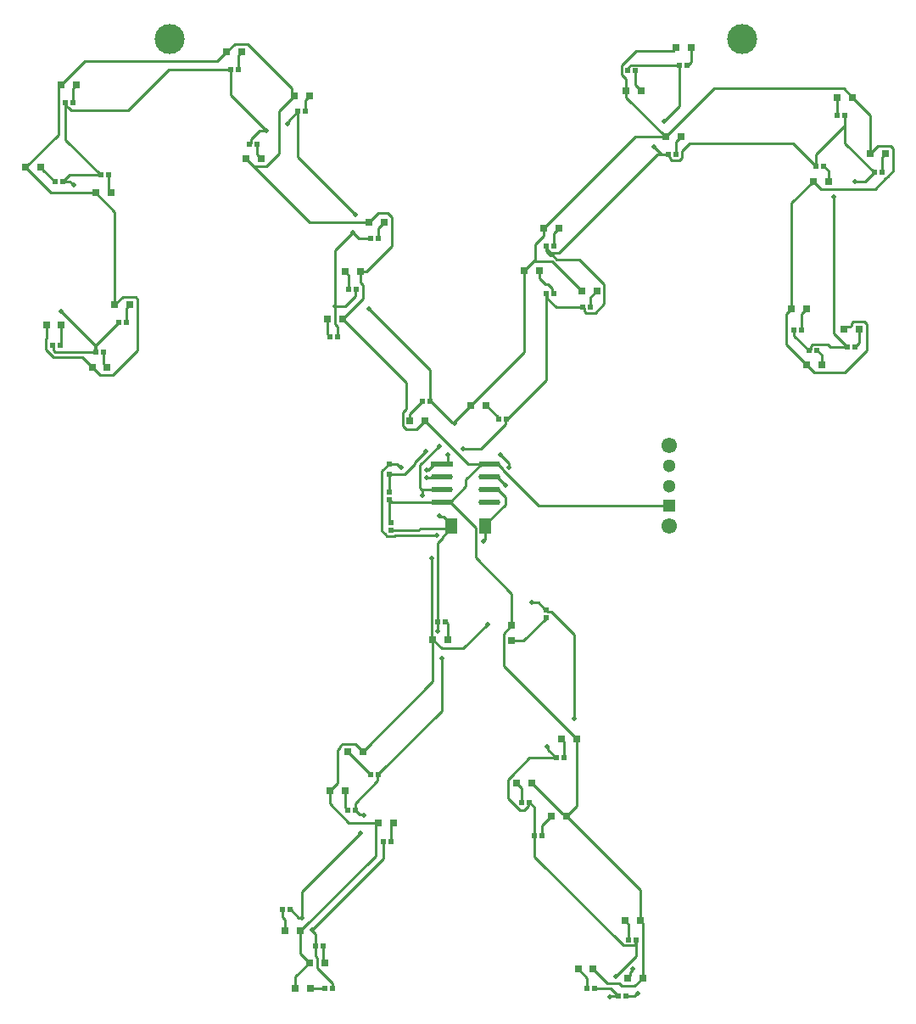
<source format=gtl>
G04*
G04 #@! TF.GenerationSoftware,Altium Limited,Altium Designer,22.8.2 (66)*
G04*
G04 Layer_Physical_Order=1*
G04 Layer_Color=255*
%FSLAX25Y25*%
%MOIN*%
G70*
G04*
G04 #@! TF.SameCoordinates,5BBA7AF8-D70B-405A-A25D-C681712A1337*
G04*
G04*
G04 #@! TF.FilePolarity,Positive*
G04*
G01*
G75*
%ADD12C,0.01000*%
G04:AMPARAMS|DCode=13|XSize=85.4mil|YSize=22.92mil|CornerRadius=11.46mil|HoleSize=0mil|Usage=FLASHONLY|Rotation=0.000|XOffset=0mil|YOffset=0mil|HoleType=Round|Shape=RoundedRectangle|*
%AMROUNDEDRECTD13*
21,1,0.08540,0.00000,0,0,0.0*
21,1,0.06248,0.02292,0,0,0.0*
1,1,0.02292,0.03124,0.00000*
1,1,0.02292,-0.03124,0.00000*
1,1,0.02292,-0.03124,0.00000*
1,1,0.02292,0.03124,0.00000*
%
%ADD13ROUNDEDRECTD13*%
%ADD14R,0.08540X0.02292*%
%ADD15R,0.02029X0.01860*%
%ADD16R,0.02362X0.01968*%
%ADD17R,0.01860X0.02029*%
%ADD18R,0.03150X0.03150*%
%ADD19R,0.03150X0.03150*%
%ADD20R,0.04921X0.06299*%
%ADD24C,0.06102*%
%ADD25C,0.05118*%
%ADD26R,0.05118X0.05118*%
%ADD28C,0.11811*%
%ADD29C,0.01968*%
D12*
X138059Y108000D02*
X142953D01*
X145953Y105000D01*
X136007Y92507D02*
Y105507D01*
X137172Y106672D02*
Y107113D01*
X136007Y105507D02*
X137172Y106672D01*
Y107113D02*
X138059Y108000D01*
X135000Y272965D02*
X135981Y271984D01*
Y268000D02*
Y271984D01*
X135000Y272965D02*
Y280000D01*
X220485Y285430D02*
Y287015D01*
X217803Y288697D02*
X218803D01*
X220485Y287015D01*
X215406Y291094D02*
X217803Y288697D01*
X222000Y279500D02*
X232604D01*
X218534Y282966D02*
X222000Y279500D01*
X218534Y282966D02*
Y284570D01*
X233034Y277856D02*
X233619Y277270D01*
X233034Y277856D02*
Y279070D01*
X233619Y277270D02*
X237270D01*
X240768Y280768D02*
Y283874D01*
X237270Y277270D02*
X240768Y280768D01*
Y283874D02*
X240780Y283887D01*
X222183Y298362D02*
X231138D01*
X240780Y283887D02*
Y288720D01*
X231138Y298362D02*
X240780Y288720D01*
X220619Y299926D02*
X222183Y298362D01*
X219574Y299926D02*
X220619D01*
X213000Y297500D02*
X220500D01*
X209500Y294000D02*
X213000Y297500D01*
X213787Y298287D01*
X220500Y297500D02*
X232000Y286000D01*
X218010Y301490D02*
X219574Y299926D01*
X223078Y301000D02*
X261578Y339500D01*
X218524Y302183D02*
Y303070D01*
Y302183D02*
X219707Y301000D01*
X223078D01*
X217000Y307500D02*
Y310500D01*
X213787Y298287D02*
Y304287D01*
X217000Y307500D01*
X267438Y337270D02*
X270543D01*
X271500Y338227D01*
X266676Y338032D02*
Y338484D01*
X266524Y338636D02*
Y339070D01*
X266676Y338032D02*
X267438Y337270D01*
X266524Y338636D02*
X266676Y338484D01*
X274500Y344000D02*
X315010D01*
X271500Y338227D02*
Y341000D01*
X274500Y344000D01*
X254783Y374500D02*
X270500D01*
X250534Y373817D02*
X251447Y374730D01*
X250534Y372930D02*
Y373817D01*
X247705Y371031D02*
Y374705D01*
X249547Y364500D02*
Y369189D01*
X254553Y374730D02*
X254783Y374500D01*
X251447Y374730D02*
X254553D01*
X247705Y374705D02*
X253425Y380425D01*
X247705Y371031D02*
X249547Y369189D01*
X265047Y346500D02*
X284047Y365500D01*
X334953D02*
X338453Y362000D01*
X284047Y365500D02*
X334953D01*
X345500Y340000D02*
X348500Y343000D01*
X353394D02*
X354500Y341894D01*
X348500Y343000D02*
X353394D01*
X352314Y331049D02*
X354500Y333235D01*
Y341894D01*
X326047Y326000D02*
X347265D01*
X351535Y330270D02*
X351553D01*
X323047Y329000D02*
X326047Y326000D01*
X347265D02*
X351535Y330270D01*
X351553D02*
X352314Y331031D01*
Y331049D01*
X335500Y254000D02*
X344000Y262500D01*
X320547Y257000D02*
X323547Y254000D01*
X335500D01*
X343066Y273875D02*
X344000Y272941D01*
Y262500D02*
Y272941D01*
X338840Y273875D02*
X343066D01*
X337492Y271826D02*
X338078Y272412D01*
X335873Y271826D02*
X337492D01*
X335047Y271000D02*
X335873Y271826D01*
X338078Y272412D02*
Y273113D01*
X338840Y273875D01*
X312500Y265047D02*
Y276953D01*
Y265047D02*
X320547Y257000D01*
X312500Y276953D02*
X314547Y279000D01*
X322024Y264407D02*
X322610Y264993D01*
X328835D02*
X329828Y264000D01*
X322024Y262930D02*
Y264407D01*
X322610Y264993D02*
X328835D01*
X175519Y152314D02*
Y187006D01*
X252976Y29356D02*
Y30570D01*
X252390Y28770D02*
X252976Y29356D01*
X248230Y28770D02*
X252390D01*
X213519Y63481D02*
Y72000D01*
Y63481D02*
X248230Y28770D01*
X128078Y19887D02*
Y23957D01*
X127519Y24516D02*
X128078Y23957D01*
X128840Y19125D02*
X128857D01*
X131032Y16951D01*
X127519Y24516D02*
Y33219D01*
X128078Y19887D02*
X128840Y19125D01*
X133000Y84500D02*
Y89500D01*
X140500Y77000D02*
X152000D01*
X133000Y84500D02*
X140500Y77000D01*
X151000Y64047D02*
Y76000D01*
X121453Y34500D02*
X151000Y64047D01*
Y76000D02*
X152000Y77000D01*
X209500Y82000D02*
X210976Y83476D01*
X207727Y82000D02*
X209500D01*
X211406Y85000D02*
X211575D01*
X206195Y83531D02*
X207727Y82000D01*
X210976Y83476D02*
Y84570D01*
X203625Y94595D02*
Y94613D01*
X204387Y95375D02*
X204404D01*
X203000Y86744D02*
X206195Y83549D01*
X203000Y93970D02*
X203625Y94595D01*
X203000Y86744D02*
Y93970D01*
X204404Y95375D02*
X211530Y102500D01*
X203625Y94613D02*
X204387Y95375D01*
X206195Y83531D02*
Y83549D01*
X229000Y118000D02*
Y151000D01*
X220024Y159976D02*
X229000Y151000D01*
X218430Y159976D02*
X220024D01*
X173547Y149000D02*
X177047Y145500D01*
X185500D02*
X195000Y155000D01*
X177047Y145500D02*
X185500D01*
X173000Y149547D02*
Y181000D01*
Y149547D02*
X173547Y149000D01*
X158773Y190000D02*
X175000D01*
X155532Y189695D02*
X158468D01*
X158773Y190000D01*
X154770Y190457D02*
X155532Y189695D01*
X202000Y201996D02*
Y204930D01*
X198930Y208000D02*
X202000Y204930D01*
X194193Y194189D02*
X202000Y201996D01*
X153500Y191744D02*
X154770Y190474D01*
Y190457D02*
Y190474D01*
X153500Y215165D02*
X156303Y217969D01*
X153500Y191744D02*
Y215165D01*
X162444Y214016D02*
X166440Y218012D01*
Y218697D01*
X170622Y222879D02*
Y222879D01*
X159613Y214016D02*
X162444D01*
X168516Y208586D02*
Y217542D01*
X175987Y225013D01*
X166440Y218697D02*
X170622Y222879D01*
X202212Y235222D02*
X202490Y235500D01*
X185500Y224000D02*
X192500D01*
X202212Y233712D02*
Y235222D01*
X192500Y224000D02*
X202212Y233712D01*
X202490Y235500D02*
X202575D01*
X163025Y231552D02*
X167005D01*
X161685Y237126D02*
Y238185D01*
X161672Y237113D02*
X161685Y237126D01*
X162452Y232125D02*
X163025Y231552D01*
X161672Y232887D02*
Y237113D01*
Y232887D02*
X162434Y232125D01*
X162452D01*
X161685Y238185D02*
X163168Y239668D01*
Y249785D01*
X135000Y302000D02*
X142000Y309000D01*
X135000Y280000D02*
Y302000D01*
X142966Y283966D02*
Y286070D01*
X135000Y280000D02*
X139000D01*
X142966Y283966D01*
X156501Y315875D02*
X156519D01*
X157500Y303535D02*
Y314894D01*
X147465Y293500D02*
X157500Y303535D01*
X156519Y315875D02*
X157500Y314894D01*
X155876Y316500D02*
X156501Y315875D01*
X102024Y343930D02*
Y345524D01*
X105315Y348815D01*
X107815D01*
X40808Y262211D02*
Y264692D01*
X27500Y278000D02*
X40808Y264692D01*
Y262211D02*
X41019Y262000D01*
X27500Y264930D02*
Y272500D01*
X27000Y264500D02*
X27070D01*
X27500Y264930D01*
X21505Y267142D02*
X21595Y267232D01*
X21505Y262949D02*
X24442Y260012D01*
X21595Y267232D02*
Y272500D01*
X21505Y262949D02*
Y267142D01*
X25120Y262000D02*
X41019D01*
X24534Y262586D02*
Y264070D01*
Y262586D02*
X25120Y262000D01*
X30465Y357770D02*
X31235Y357000D01*
X29534Y358683D02*
X30447Y357770D01*
X30465D01*
X31235Y357000D02*
X53582D01*
X29534Y358683D02*
Y359570D01*
X53582Y357000D02*
X69582Y373000D01*
X27500Y367000D02*
X36814Y376313D01*
X88814D02*
X92500Y380000D01*
X36814Y376313D02*
X88814D01*
X263500Y339500D02*
X266094D01*
X266524Y339070D01*
X315010Y344000D02*
X324010Y335000D01*
X198715Y213000D02*
X202000Y209715D01*
Y209500D02*
Y209715D01*
X195806Y213000D02*
X198715D01*
X214987Y201500D02*
X266500D01*
X201016Y215471D02*
X214987Y201500D01*
X198930Y218000D02*
X201016Y215914D01*
X200000Y221500D02*
X203315Y218185D01*
Y216685D02*
X203500Y216500D01*
X192681Y218000D02*
X198930D01*
X203315Y216685D02*
Y218185D01*
X201016Y215471D02*
Y215914D01*
X179500Y218646D02*
Y221500D01*
X177194Y218000D02*
X178854D01*
X179500Y218646D01*
X174070Y218000D02*
X177194D01*
X156500Y214032D02*
X159597D01*
X159613Y214016D01*
X160738Y216500D02*
X161000D01*
X156500Y217969D02*
X159269D01*
X156303D02*
X156500D01*
X159269D02*
X160738Y216500D01*
X176947Y212753D02*
X177194Y213000D01*
X171515Y212753D02*
X176947D01*
X171262Y212500D02*
X171515Y212753D01*
X171000Y212500D02*
X171262D01*
X168376Y192484D02*
X178847D01*
X179317Y192010D02*
X180463Y193156D01*
X179317Y192010D02*
Y192014D01*
X167901Y192010D02*
X168376Y192484D01*
X178847D02*
X179317Y192014D01*
X180463Y193156D02*
X180807Y193500D01*
X176000Y197500D02*
X176185Y197315D01*
X177681D01*
X169102Y208000D02*
X177194D01*
X169500Y208000D02*
X169500Y208000D01*
X169500Y205500D02*
Y208000D01*
X168516Y208586D02*
X169102Y208000D01*
X193500Y187762D02*
X194193Y188455D01*
X193500Y187500D02*
Y187762D01*
X194193Y188455D02*
Y193500D01*
X190232Y181266D02*
Y193086D01*
X180319Y203000D02*
X190232Y193086D01*
Y181266D02*
X204500Y166998D01*
X179661Y191665D02*
Y192354D01*
X177484Y189488D02*
X179661Y191665D01*
X177484Y188971D02*
Y189488D01*
X157000Y192010D02*
X167901D01*
X175519Y187006D02*
X177484Y188971D01*
X179661Y192354D02*
X180807Y193500D01*
X315519Y268406D02*
X321425Y262500D01*
X321510D01*
X315519Y268406D02*
Y270500D01*
X336425Y264000D02*
X336510D01*
X329828D02*
X336425D01*
X331000Y269425D02*
X336425Y264000D01*
X331000Y269425D02*
Y323000D01*
X335481Y343954D02*
Y350993D01*
Y343954D02*
X346935Y332500D01*
X343435Y329000D02*
X346935Y332500D01*
X347019D01*
X339500Y329000D02*
X343435D01*
X335481Y350993D02*
Y355000D01*
X324010Y339522D02*
X335481Y350993D01*
X324010Y335000D02*
Y339522D01*
X250104Y372500D02*
X250534Y372930D01*
X250019Y372500D02*
X250104D01*
X261578Y339500D02*
X263500D01*
X270500Y358500D02*
Y374500D01*
X264500Y352500D02*
X270500Y358500D01*
X260500Y342500D02*
X263500Y339500D01*
X218094Y303500D02*
X218524Y303070D01*
X218010Y303500D02*
X218094D01*
X218010Y301490D02*
Y303500D01*
X232604Y279500D02*
X233034Y279070D01*
X218019Y285000D02*
X218104D01*
X218534Y284570D01*
X203005Y236015D02*
X218019Y251029D01*
Y285000D01*
X202575Y235500D02*
X203005Y235930D01*
Y236015D01*
X170453Y235000D02*
X187453Y218000D01*
X192681D01*
X151990Y96000D02*
X152075D01*
X152505Y96430D01*
Y96514D01*
X177000Y121010D01*
Y141500D01*
X142990Y84757D02*
X151803Y93570D01*
Y95813D01*
X151990Y96000D01*
X142990Y82000D02*
Y84757D01*
X143075Y82000D02*
X144889Y80185D01*
X142990Y82000D02*
X143075D01*
X144889Y80185D02*
X146315D01*
X146500Y80000D01*
X122000Y50000D02*
X145000Y73000D01*
X122000Y39500D02*
Y50000D01*
X126000Y35000D02*
X154019Y63019D01*
Y69500D01*
X120880Y39685D02*
X121815D01*
X117481Y43000D02*
X117565D01*
X120880Y39685D01*
X121815D02*
X122000Y39500D01*
X126000Y34738D02*
X127519Y33219D01*
X126000Y34738D02*
Y35000D01*
X131032Y16951D02*
X131049D01*
X133990Y14010D01*
Y12000D02*
Y14010D01*
X125453Y12000D02*
X131010D01*
X130500Y22453D02*
Y28500D01*
Y22453D02*
X130953Y22000D01*
X114500Y39853D02*
Y43000D01*
X115547Y34500D02*
Y38806D01*
X114500Y39853D02*
X115547Y38806D01*
X157000Y76095D02*
X157905Y77000D01*
X157000Y69500D02*
Y76095D01*
X138906Y83020D02*
Y89500D01*
Y83020D02*
X139925Y82000D01*
X140010D01*
X140047Y105000D02*
X141122Y103925D01*
Y103803D02*
Y103925D01*
X148925Y96000D02*
X149010D01*
X141122Y103803D02*
X148925Y96000D01*
X133000Y89500D02*
X136007Y92507D01*
X145953Y105000D02*
X173547Y132595D01*
X324575Y262500D02*
X326453Y260622D01*
Y257000D02*
Y260622D01*
X324490Y262500D02*
X324575D01*
X340005Y264514D02*
X340953Y265462D01*
X340005Y264430D02*
Y264514D01*
X339490Y264000D02*
X339575D01*
X340005Y264430D01*
X340953Y265462D02*
Y271000D01*
X318500Y270500D02*
Y277047D01*
X320453Y279000D01*
X350000Y338595D02*
X351406Y340000D01*
X350000Y332500D02*
Y338595D01*
X328953Y329000D02*
Y333122D01*
X327075Y335000D02*
X328953Y333122D01*
X326990Y335000D02*
X327075D01*
X332500Y361953D02*
X332547Y362000D01*
X332500Y355000D02*
Y361953D01*
X268990Y344538D02*
X270953Y346500D01*
X268990Y339500D02*
Y344538D01*
X220990Y303500D02*
Y308585D01*
X222905Y310500D01*
X235500Y283594D02*
X237906Y286000D01*
X235500Y279500D02*
Y283594D01*
X220485Y285430D02*
X220916Y285000D01*
X221000D01*
X215406Y291094D02*
Y294000D01*
X209500Y261953D02*
Y294000D01*
X188547Y241000D02*
X209500Y261953D01*
X253000Y346500D02*
X265047D01*
X217000Y310500D02*
X253000Y346500D01*
X273481Y374500D02*
X273565D01*
X274905Y375840D02*
Y381500D01*
X273565Y374500D02*
X274905Y375840D01*
X253000Y366953D02*
X255453Y364500D01*
X253000Y366953D02*
Y372500D01*
X253425Y380425D02*
X267925D01*
X249547Y362000D02*
Y364500D01*
X267925Y380425D02*
X269000Y381500D01*
X249547Y362000D02*
X265047Y346500D01*
X345500Y340000D02*
Y354953D01*
X338453Y362000D02*
X345500Y354953D01*
X314547Y279000D02*
Y320500D01*
X323047Y329000D01*
X173547Y132595D02*
Y149000D01*
X121453Y25594D02*
X125047Y22000D01*
X121453Y25594D02*
Y34500D01*
X119547Y12000D02*
Y16500D01*
X125047Y22000D01*
X169435Y242500D02*
X169519D01*
X164547Y235000D02*
Y237613D01*
X169435Y242500D01*
X137953Y275000D02*
X163168Y249785D01*
X167005Y231552D02*
X170453Y235000D01*
X44000Y257500D02*
Y262000D01*
Y257500D02*
X45500Y256000D01*
X52990Y273500D02*
Y279085D01*
X54405Y280500D01*
X41019Y264594D02*
X49925Y273500D01*
X50010D01*
X41019Y262000D02*
Y264594D01*
X24104Y264500D02*
X24534Y264070D01*
X24019Y264500D02*
X24104D01*
X24442Y260012D02*
X35583D01*
X39595Y256000D01*
X42669Y252925D01*
X28084Y329000D02*
X30738D01*
X28000D02*
X28084D01*
X24019Y264500D02*
X24032Y264513D01*
X30738Y329000D02*
X32238Y327500D01*
X32500D01*
X32000Y365595D02*
X33406Y367000D01*
X32000Y360000D02*
Y365595D01*
X45981Y325519D02*
Y331500D01*
Y325519D02*
X47000Y324500D01*
X20528Y333407D02*
Y333425D01*
X19453Y334500D02*
X20528Y333425D01*
X24935Y329000D02*
X25019D01*
X20528Y333407D02*
X24935Y329000D01*
X42916Y331500D02*
X43000D01*
X30584D02*
X42916D01*
X28084Y329000D02*
X30584Y331500D01*
X29019Y345396D02*
Y360000D01*
Y345396D02*
X42916Y331500D01*
X69582Y373000D02*
X94010D01*
Y362990D02*
X108000Y349000D01*
X94010Y362990D02*
Y373000D01*
X96990D02*
Y378585D01*
X98405Y380000D01*
X123490Y356500D02*
Y361038D01*
X124953Y362500D01*
X104490Y339462D02*
Y343500D01*
Y339462D02*
X105953Y338000D01*
X101510Y343500D02*
X101594D01*
X102024Y343930D01*
X107815Y348815D02*
X108000Y349000D01*
X113061Y339837D02*
Y356513D01*
X119047Y362500D01*
X108149Y334925D02*
X113061Y339837D01*
X116500Y351500D02*
X116685Y351685D01*
X120425Y356500D02*
X120510D01*
X116685Y352760D02*
X120425Y356500D01*
X116685Y351685D02*
Y352760D01*
X120510Y338490D02*
X143000Y316000D01*
X120510Y338490D02*
Y356500D01*
X144500Y306500D02*
X149019D01*
X142000Y309000D02*
X144500Y306500D01*
X152000D02*
Y310595D01*
X154405Y313000D01*
X148500D02*
X152000Y316500D01*
X155876D01*
X144953Y293500D02*
X147465D01*
X140500Y286500D02*
Y292047D01*
X139047Y293500D02*
X140500Y292047D01*
X132916Y268000D02*
X133000D01*
X132047Y268868D02*
Y275000D01*
Y268868D02*
X132916Y268000D01*
X142966Y286070D02*
X143396Y286500D01*
X148500Y279000D02*
X172500Y255000D01*
Y242500D02*
Y255000D01*
X199425Y235500D02*
X199510D01*
X194453Y241000D02*
X198995Y236458D01*
Y235930D02*
Y236458D01*
Y235930D02*
X199425Y235500D01*
X182185Y234638D02*
X188547Y241000D01*
X182185Y234185D02*
Y234638D01*
X182000Y234000D02*
X182185Y234185D01*
X180899D02*
X181815D01*
X172500Y242500D02*
X172584D01*
X180899Y234185D01*
X181815D02*
X182000Y234000D01*
X180319Y203000D02*
X186500Y209181D01*
Y211819D01*
X192681Y218000D01*
X194193Y193500D02*
Y194189D01*
X195806Y208000D02*
X198930D01*
X171756Y215685D02*
X174070Y218000D01*
X171000Y215500D02*
X171185Y215685D01*
X171756D01*
X180807Y193500D02*
Y194189D01*
X177681Y197315D02*
X180807Y194189D01*
X156500Y206981D02*
Y214032D01*
X178584Y156000D02*
X179453Y155132D01*
X178500Y156000D02*
X178584D01*
X179453Y149000D02*
Y155132D01*
X217570Y161005D02*
X218000Y160575D01*
X217485Y161005D02*
X217570D01*
X218000Y160490D02*
Y160575D01*
X214990Y163500D02*
X217485Y161005D01*
X212500Y163500D02*
X214990D01*
X204500Y148547D02*
X209122D01*
X218000Y157425D02*
Y157510D01*
X209122Y148547D02*
X218000Y157425D01*
X211530Y102500D02*
X221925D01*
X218685Y105740D02*
Y106815D01*
X221925Y102500D02*
X222010D01*
X218685Y105740D02*
X221925Y102500D01*
X218500Y107000D02*
X218685Y106815D01*
X201425Y138480D02*
Y151378D01*
Y138480D02*
X229906Y110000D01*
X201425Y151378D02*
X204500Y154453D01*
X224990Y102500D02*
Y109010D01*
X224000Y110000D02*
X224990Y109010D01*
X210976Y84570D02*
X211406Y85000D01*
X206500Y92500D02*
X208510Y90490D01*
Y85000D02*
Y90490D01*
X213519Y72000D02*
Y83056D01*
X211575Y85000D02*
X213519Y83056D01*
X216500Y72000D02*
Y75953D01*
X220047Y79500D01*
X253406Y31000D02*
X253490D01*
X252976Y30570D02*
X253406Y31000D01*
X250510D02*
Y36990D01*
X249000Y38500D02*
X250510Y36990D01*
X246435Y9000D02*
X246519D01*
X243762D02*
X246435D01*
X252000Y19238D02*
Y19487D01*
X245500Y16500D02*
X253490Y24490D01*
Y31000D01*
X230594Y19500D02*
X234010Y16085D01*
Y12000D02*
Y16085D01*
X251075Y17075D02*
Y18313D01*
X252000Y19238D01*
X250000Y16000D02*
X251075Y17075D01*
X252738Y9000D02*
X253738Y10000D01*
X254000D01*
X249500Y9000D02*
X252738D01*
X252831Y12925D02*
X255906Y16000D01*
X247804Y12925D02*
X252831D01*
X242000Y14000D02*
X246729D01*
X247804Y12925D01*
X236990Y12000D02*
X243435D01*
X246435Y9000D01*
X236500Y19500D02*
X242000Y14000D01*
X255980Y33449D02*
X256005Y33425D01*
Y25299D02*
Y33425D01*
X255906Y16000D02*
Y25200D01*
X254906Y38500D02*
X255980Y37425D01*
Y33449D02*
Y37425D01*
X255906Y25200D02*
X256005Y25299D01*
X225953Y79500D02*
X254906Y50547D01*
Y38500D02*
Y50547D01*
X212405Y92500D02*
X224331Y80575D01*
X224878D01*
X225953Y79500D01*
X229906Y83453D02*
Y110000D01*
X225953Y79500D02*
X229906Y83453D01*
X204500Y154453D02*
Y166998D01*
X177194Y203000D02*
X180319D01*
X156500Y203916D02*
Y204000D01*
Y195575D02*
Y203916D01*
X157000Y194990D02*
Y195075D01*
X156500Y195575D02*
X157000Y195075D01*
X156500Y203916D02*
X157416Y203000D01*
X177194D01*
X137953Y275000D02*
X145995Y283043D01*
X145000Y289184D02*
X145995Y288189D01*
Y283043D02*
Y288189D01*
X145000Y289184D02*
Y293453D01*
X144953Y293500D02*
X145000Y293453D01*
X103122Y334925D02*
X125047Y313000D01*
X100047Y338000D02*
X103122Y334925D01*
X125047Y313000D02*
X148500D01*
X103122Y334925D02*
X108149D01*
X117972Y363575D02*
X119047Y362500D01*
X117972Y363575D02*
Y365704D01*
X100602Y383075D02*
X117972Y365704D01*
X95575Y383075D02*
X100602D01*
X92500Y380000D02*
X95575Y383075D01*
X26425Y365925D02*
X27500Y367000D01*
X13547Y334500D02*
X26425Y347378D01*
Y365925D01*
X13547Y334500D02*
X23547Y324500D01*
X41094D01*
X48500Y280500D02*
Y317094D01*
X41094Y324500D02*
X48500Y317094D01*
X51575Y283575D02*
X56602D01*
X48500Y280500D02*
X51575Y283575D01*
X56602D02*
X57480Y282696D01*
X47696Y252925D02*
X57480Y262709D01*
X42669Y252925D02*
X47696D01*
X57480Y262709D02*
Y282696D01*
D13*
X195806Y218000D02*
D03*
Y213000D02*
D03*
Y208000D02*
D03*
Y203000D02*
D03*
X177194D02*
D03*
Y208000D02*
D03*
Y213000D02*
D03*
D14*
Y218000D02*
D03*
D15*
X130500Y28500D02*
D03*
X127519D02*
D03*
X140010Y82000D02*
D03*
X142990D02*
D03*
X221000Y285000D02*
D03*
X218019D02*
D03*
X253000Y372500D02*
D03*
X250019D02*
D03*
X350000Y332500D02*
D03*
X347019D02*
D03*
X339490Y264000D02*
D03*
X336510D02*
D03*
X324490Y262500D02*
D03*
X321510D02*
D03*
X318500Y270500D02*
D03*
X315519D02*
D03*
X326990Y335000D02*
D03*
X324010D02*
D03*
X332500Y355000D02*
D03*
X335481D02*
D03*
X268990Y339500D02*
D03*
X266010D02*
D03*
X273481Y374500D02*
D03*
X270500D02*
D03*
X220990Y303500D02*
D03*
X218010D02*
D03*
X199510Y235500D02*
D03*
X202490D02*
D03*
X157000Y69500D02*
D03*
X154019D02*
D03*
X131010Y12000D02*
D03*
X133990D02*
D03*
X235500Y279500D02*
D03*
X232519D02*
D03*
X114500Y43000D02*
D03*
X117481D02*
D03*
X149010Y96000D02*
D03*
X151990D02*
D03*
X178500Y156000D02*
D03*
X175519D02*
D03*
X45981Y331500D02*
D03*
X43000D02*
D03*
X32000Y360000D02*
D03*
X29019D02*
D03*
X44000Y262000D02*
D03*
X41019D02*
D03*
X52990Y273500D02*
D03*
X50010D02*
D03*
X27000Y264500D02*
D03*
X24019D02*
D03*
X25019Y329000D02*
D03*
X28000D02*
D03*
X96990Y373000D02*
D03*
X94010D02*
D03*
X123490Y356500D02*
D03*
X120510D02*
D03*
X104490Y343500D02*
D03*
X101510D02*
D03*
X140500Y286500D02*
D03*
X143481D02*
D03*
X152000Y306500D02*
D03*
X149019D02*
D03*
X133000Y268000D02*
D03*
X135981D02*
D03*
X169519Y242500D02*
D03*
X172500D02*
D03*
X216500Y72000D02*
D03*
X213519D02*
D03*
X208510Y85000D02*
D03*
X211490D02*
D03*
X224990Y102500D02*
D03*
X222010D02*
D03*
X249500Y9000D02*
D03*
X246519D02*
D03*
X234010Y12000D02*
D03*
X236990D02*
D03*
X250510Y31000D02*
D03*
X253490D02*
D03*
D16*
X156500Y214032D02*
D03*
Y217969D02*
D03*
D17*
X218000Y157510D02*
D03*
Y160490D02*
D03*
X156500Y204000D02*
D03*
Y206981D02*
D03*
X157000Y192010D02*
D03*
Y194990D02*
D03*
D18*
X125047Y22000D02*
D03*
X130953D02*
D03*
X133000Y89500D02*
D03*
X138906D02*
D03*
X209500Y294000D02*
D03*
X215406D02*
D03*
X249547Y364500D02*
D03*
X255453D02*
D03*
X345500Y340000D02*
D03*
X351406D02*
D03*
X335047Y271000D02*
D03*
X340953D02*
D03*
X320547Y257000D02*
D03*
X326453D02*
D03*
X314547Y279000D02*
D03*
X320453D02*
D03*
X323047Y329000D02*
D03*
X328953D02*
D03*
X338453Y362000D02*
D03*
X332547D02*
D03*
X265047Y346500D02*
D03*
X270953D02*
D03*
X269000Y381500D02*
D03*
X274905D02*
D03*
X217000Y310500D02*
D03*
X222905D02*
D03*
X188547Y241000D02*
D03*
X194453D02*
D03*
X152000Y77000D02*
D03*
X157905D02*
D03*
X119547Y12000D02*
D03*
X125453D02*
D03*
X232000Y286000D02*
D03*
X237906D02*
D03*
X121453Y34500D02*
D03*
X115547D02*
D03*
X145953Y105000D02*
D03*
X140047D02*
D03*
X173547Y149000D02*
D03*
X179453D02*
D03*
X41094Y324500D02*
D03*
X47000D02*
D03*
X27500Y367000D02*
D03*
X33406D02*
D03*
X39595Y256000D02*
D03*
X45500D02*
D03*
X48500Y280500D02*
D03*
X54405D02*
D03*
X21595Y272500D02*
D03*
X27500D02*
D03*
X13547Y334500D02*
D03*
X19453D02*
D03*
X92500Y380000D02*
D03*
X98405D02*
D03*
X119047Y362500D02*
D03*
X124953D02*
D03*
X100047Y338000D02*
D03*
X105953D02*
D03*
X144953Y293500D02*
D03*
X139047D02*
D03*
X148500Y313000D02*
D03*
X154405D02*
D03*
X137953Y275000D02*
D03*
X132047D02*
D03*
X170453Y235000D02*
D03*
X164547D02*
D03*
X225953Y79500D02*
D03*
X220047D02*
D03*
X212405Y92500D02*
D03*
X206500D02*
D03*
X229906Y110000D02*
D03*
X224000D02*
D03*
X255906Y16000D02*
D03*
X250000D02*
D03*
X236500Y19500D02*
D03*
X230594D02*
D03*
X254906Y38500D02*
D03*
X249000D02*
D03*
D19*
X204500Y154453D02*
D03*
Y148547D02*
D03*
D20*
X180807Y193500D02*
D03*
X194193D02*
D03*
D24*
X266500Y225122D02*
D03*
Y193626D02*
D03*
D25*
Y217248D02*
D03*
Y209374D02*
D03*
D26*
Y201500D02*
D03*
D28*
X295000Y385000D02*
D03*
X70000D02*
D03*
D29*
X175519Y152314D02*
D03*
X170622Y222879D02*
D03*
X202000Y209500D02*
D03*
X203500Y216500D02*
D03*
X200000Y221500D02*
D03*
X175987Y225013D02*
D03*
X179500Y221500D02*
D03*
X161000Y216500D02*
D03*
X171000Y212500D02*
D03*
X176000Y197500D02*
D03*
X193500Y187500D02*
D03*
X175000Y190000D02*
D03*
X331000Y323000D02*
D03*
X339500Y329000D02*
D03*
X264500Y352500D02*
D03*
X260500Y342500D02*
D03*
X185500Y224000D02*
D03*
X177000Y141500D02*
D03*
X146500Y80000D02*
D03*
X145000Y73000D02*
D03*
X122000Y39500D02*
D03*
X126000Y35000D02*
D03*
X27500Y278000D02*
D03*
X32500Y327500D02*
D03*
X108000Y349000D02*
D03*
X116500Y351500D02*
D03*
X143000Y316000D02*
D03*
X142000Y309000D02*
D03*
X135000Y280000D02*
D03*
X148500Y279000D02*
D03*
X182000Y234000D02*
D03*
X171000Y215500D02*
D03*
X169500Y205500D02*
D03*
X173000Y181000D02*
D03*
X195000Y155000D02*
D03*
X212500Y163500D02*
D03*
X229000Y118000D02*
D03*
X218500Y107000D02*
D03*
X252000Y19487D02*
D03*
X245500Y16500D02*
D03*
X243000Y8500D02*
D03*
X254000Y10000D02*
D03*
M02*

</source>
